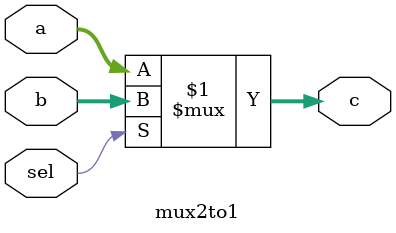
<source format=v>
`timescale 1ns / 1ps


module mux2to1 (
    input wire [63:0]  a,      // Input a
    input wire [63:0]  b,      // Input b
    input wire sel,    // Selector
    output wire [63:0] c      // Output
);

    assign c = (sel) ? b : a;  // If sel is 1, output b; else, output a

endmodule


</source>
